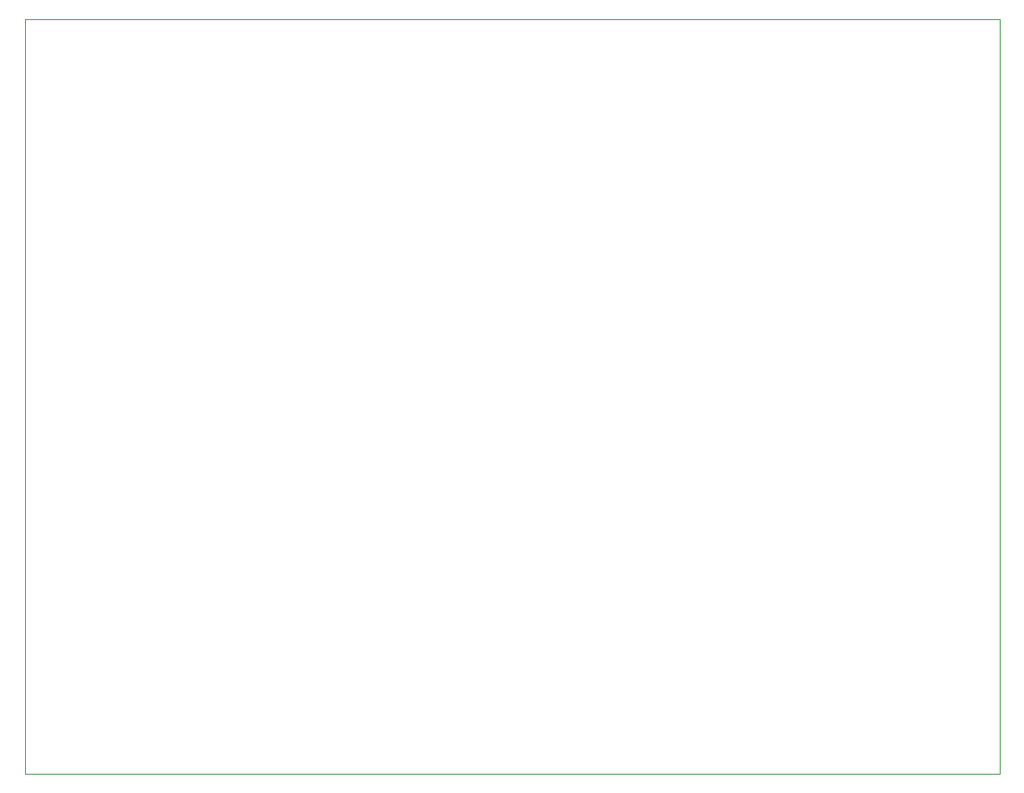
<source format=gbr>
%TF.GenerationSoftware,KiCad,Pcbnew,7.0.8*%
%TF.CreationDate,2023-11-09T16:50:50-05:00*%
%TF.ProjectId,proyecto final,70726f79-6563-4746-9f20-66696e616c2e,1.0*%
%TF.SameCoordinates,Original*%
%TF.FileFunction,Profile,NP*%
%FSLAX46Y46*%
G04 Gerber Fmt 4.6, Leading zero omitted, Abs format (unit mm)*
G04 Created by KiCad (PCBNEW 7.0.8) date 2023-11-09 16:50:50*
%MOMM*%
%LPD*%
G01*
G04 APERTURE LIST*
%TA.AperFunction,Profile*%
%ADD10C,0.100000*%
%TD*%
G04 APERTURE END LIST*
D10*
X109000000Y-27900000D02*
X207800000Y-27900000D01*
X207800000Y-104400000D01*
X109000000Y-104400000D01*
X109000000Y-27900000D01*
M02*

</source>
